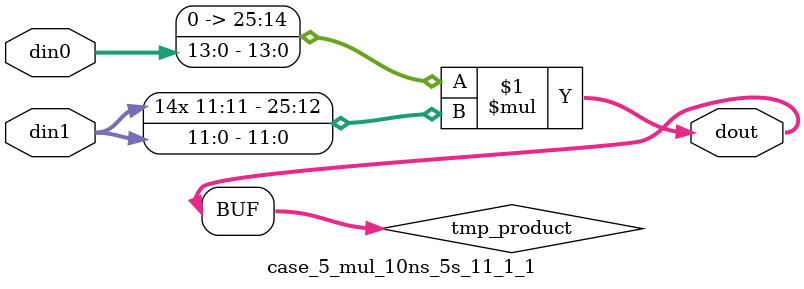
<source format=v>

`timescale 1 ns / 1 ps

 (* use_dsp = "no" *)  module case_5_mul_10ns_5s_11_1_1(din0, din1, dout);
parameter ID = 1;
parameter NUM_STAGE = 0;
parameter din0_WIDTH = 14;
parameter din1_WIDTH = 12;
parameter dout_WIDTH = 26;

input [din0_WIDTH - 1 : 0] din0; 
input [din1_WIDTH - 1 : 0] din1; 
output [dout_WIDTH - 1 : 0] dout;

wire signed [dout_WIDTH - 1 : 0] tmp_product;

























assign tmp_product = $signed({1'b0, din0}) * $signed(din1);










assign dout = tmp_product;





















endmodule

</source>
